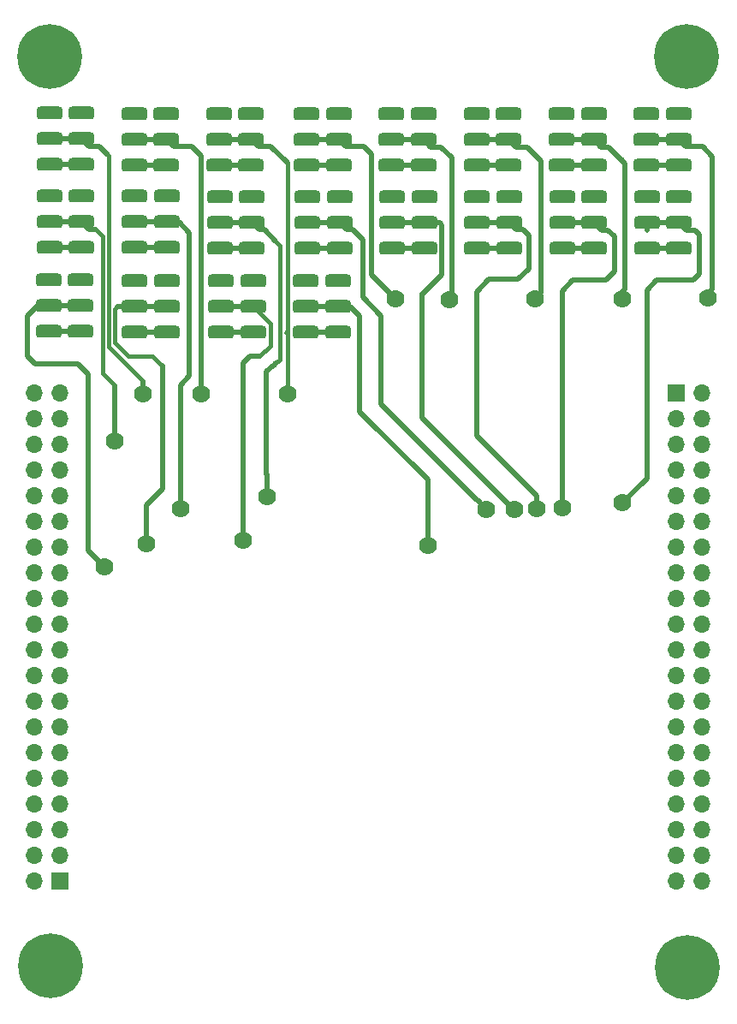
<source format=gbl>
G04 #@! TF.GenerationSoftware,KiCad,Pcbnew,(6.0.2)*
G04 #@! TF.CreationDate,2022-03-31T21:11:48+02:00*
G04 #@! TF.ProjectId,ba_nano_2,62615f6e-616e-46f5-9f32-2e6b69636164,rev?*
G04 #@! TF.SameCoordinates,Original*
G04 #@! TF.FileFunction,Copper,L2,Bot*
G04 #@! TF.FilePolarity,Positive*
%FSLAX46Y46*%
G04 Gerber Fmt 4.6, Leading zero omitted, Abs format (unit mm)*
G04 Created by KiCad (PCBNEW (6.0.2)) date 2022-03-31 21:11:48*
%MOMM*%
%LPD*%
G01*
G04 APERTURE LIST*
G04 Aperture macros list*
%AMRoundRect*
0 Rectangle with rounded corners*
0 $1 Rounding radius*
0 $2 $3 $4 $5 $6 $7 $8 $9 X,Y pos of 4 corners*
0 Add a 4 corners polygon primitive as box body*
4,1,4,$2,$3,$4,$5,$6,$7,$8,$9,$2,$3,0*
0 Add four circle primitives for the rounded corners*
1,1,$1+$1,$2,$3*
1,1,$1+$1,$4,$5*
1,1,$1+$1,$6,$7*
1,1,$1+$1,$8,$9*
0 Add four rect primitives between the rounded corners*
20,1,$1+$1,$2,$3,$4,$5,0*
20,1,$1+$1,$4,$5,$6,$7,0*
20,1,$1+$1,$6,$7,$8,$9,0*
20,1,$1+$1,$8,$9,$2,$3,0*%
G04 Aperture macros list end*
G04 #@! TA.AperFunction,ComponentPad*
%ADD10R,1.700000X1.700000*%
G04 #@! TD*
G04 #@! TA.AperFunction,ComponentPad*
%ADD11O,1.700000X1.700000*%
G04 #@! TD*
G04 #@! TA.AperFunction,ComponentPad*
%ADD12C,6.400000*%
G04 #@! TD*
G04 #@! TA.AperFunction,ComponentPad*
%ADD13RoundRect,0.317500X0.955000X-0.317500X0.955000X0.317500X-0.955000X0.317500X-0.955000X-0.317500X0*%
G04 #@! TD*
G04 #@! TA.AperFunction,ViaPad*
%ADD14C,1.778000*%
G04 #@! TD*
G04 #@! TA.AperFunction,Conductor*
%ADD15C,0.508000*%
G04 #@! TD*
G04 #@! TA.AperFunction,Conductor*
%ADD16C,0.381000*%
G04 #@! TD*
G04 APERTURE END LIST*
D10*
X104216200Y-137883900D03*
D11*
X101676200Y-137883900D03*
X104216200Y-135343900D03*
X101676200Y-135343900D03*
X104216200Y-132803900D03*
X101676200Y-132803900D03*
X104216200Y-130263900D03*
X101676200Y-130263900D03*
X104216200Y-127723900D03*
X101676200Y-127723900D03*
X104216200Y-125183900D03*
X101676200Y-125183900D03*
X104216200Y-122643900D03*
X101676200Y-122643900D03*
X104216200Y-120103900D03*
X101676200Y-120103900D03*
X104216200Y-117563900D03*
X101676200Y-117563900D03*
X104216200Y-115023900D03*
X101676200Y-115023900D03*
X104216200Y-112483900D03*
X101676200Y-112483900D03*
X104216200Y-109943900D03*
X101676200Y-109943900D03*
X104216200Y-107403900D03*
X101676200Y-107403900D03*
X104216200Y-104863900D03*
X101676200Y-104863900D03*
X104216200Y-102323900D03*
X101676200Y-102323900D03*
X104216200Y-99783900D03*
X101676200Y-99783900D03*
X104216200Y-97243900D03*
X101676200Y-97243900D03*
X104216200Y-94703900D03*
X101676200Y-94703900D03*
X104216200Y-92163900D03*
X101676200Y-92163900D03*
X104216200Y-89623900D03*
X101676200Y-89623900D03*
D10*
X165188900Y-89623900D03*
D11*
X167728900Y-89623900D03*
X165188900Y-92163900D03*
X167728900Y-92163900D03*
X165188900Y-94703900D03*
X167728900Y-94703900D03*
X165188900Y-97243900D03*
X167728900Y-97243900D03*
X165188900Y-99783900D03*
X167728900Y-99783900D03*
X165188900Y-102323900D03*
X167728900Y-102323900D03*
X165188900Y-104863900D03*
X167728900Y-104863900D03*
X165188900Y-107403900D03*
X167728900Y-107403900D03*
X165188900Y-109943900D03*
X167728900Y-109943900D03*
X165188900Y-112483900D03*
X167728900Y-112483900D03*
X165188900Y-115023900D03*
X167728900Y-115023900D03*
X165188900Y-117563900D03*
X167728900Y-117563900D03*
X165188900Y-120103900D03*
X167728900Y-120103900D03*
X165188900Y-122643900D03*
X167728900Y-122643900D03*
X165188900Y-125183900D03*
X167728900Y-125183900D03*
X165188900Y-127723900D03*
X167728900Y-127723900D03*
X165188900Y-130263900D03*
X167728900Y-130263900D03*
X165188900Y-132803900D03*
X167728900Y-132803900D03*
X165188900Y-135343900D03*
X167728900Y-135343900D03*
X165188900Y-137883900D03*
X167728900Y-137883900D03*
D12*
X103339900Y-146291300D03*
X103251000Y-56375300D03*
X166243000Y-56388000D03*
X166268400Y-146431000D03*
D13*
X165468300Y-67132200D03*
X165468300Y-64592200D03*
X165468300Y-62052200D03*
X162275520Y-67132200D03*
X162275520Y-64592200D03*
X162275520Y-62052200D03*
X148628100Y-67142360D03*
X148628100Y-64602360D03*
X148628100Y-62062360D03*
X145435320Y-67142360D03*
X145435320Y-64602360D03*
X145435320Y-62062360D03*
X157048200Y-67152520D03*
X157048200Y-64612520D03*
X157048200Y-62072520D03*
X153855420Y-67152520D03*
X153855420Y-64612520D03*
X153855420Y-62072520D03*
X140210540Y-67147440D03*
X140210540Y-64607440D03*
X140210540Y-62067440D03*
X137017760Y-67147440D03*
X137017760Y-64607440D03*
X137017760Y-62067440D03*
X131803140Y-67116960D03*
X131803140Y-64576960D03*
X131803140Y-62036960D03*
X128610360Y-67116960D03*
X128610360Y-64576960D03*
X128610360Y-62036960D03*
X123156980Y-67086480D03*
X123156980Y-64546480D03*
X123156980Y-62006480D03*
X119964200Y-67086480D03*
X119964200Y-64546480D03*
X119964200Y-62006480D03*
X114777520Y-67096640D03*
X114777520Y-64556640D03*
X114777520Y-62016640D03*
X111584740Y-67096640D03*
X111584740Y-64556640D03*
X111584740Y-62016640D03*
X106385360Y-67076320D03*
X106385360Y-64536320D03*
X106385360Y-61996320D03*
X103192580Y-67076320D03*
X103192580Y-64536320D03*
X103192580Y-61996320D03*
X165496240Y-75356720D03*
X165496240Y-72816720D03*
X165496240Y-70276720D03*
X162303460Y-75356720D03*
X162303460Y-72816720D03*
X162303460Y-70276720D03*
X157104080Y-75356720D03*
X157104080Y-72816720D03*
X157104080Y-70276720D03*
X153911300Y-75356720D03*
X153911300Y-72816720D03*
X153911300Y-70276720D03*
X148673820Y-75346560D03*
X148673820Y-72806560D03*
X148673820Y-70266560D03*
X145481040Y-75346560D03*
X145481040Y-72806560D03*
X145481040Y-70266560D03*
X140307060Y-75346560D03*
X140307060Y-72806560D03*
X140307060Y-70266560D03*
X137114280Y-75346560D03*
X137114280Y-72806560D03*
X137114280Y-70266560D03*
X131914900Y-75341480D03*
X131914900Y-72801480D03*
X131914900Y-70261480D03*
X128722120Y-75341480D03*
X128722120Y-72801480D03*
X128722120Y-70261480D03*
X123228100Y-75331320D03*
X123228100Y-72791320D03*
X123228100Y-70251320D03*
X120035320Y-75331320D03*
X120035320Y-72791320D03*
X120035320Y-70251320D03*
X114790220Y-75290680D03*
X114790220Y-72750680D03*
X114790220Y-70210680D03*
X111597440Y-75290680D03*
X111597440Y-72750680D03*
X111597440Y-70210680D03*
X106382820Y-75275440D03*
X106382820Y-72735440D03*
X106382820Y-70195440D03*
X103190040Y-75275440D03*
X103190040Y-72735440D03*
X103190040Y-70195440D03*
X131765040Y-83596480D03*
X131765040Y-81056480D03*
X131765040Y-78516480D03*
X128572260Y-83596480D03*
X128572260Y-81056480D03*
X128572260Y-78516480D03*
X123390660Y-83632040D03*
X123390660Y-81092040D03*
X123390660Y-78552040D03*
X120197880Y-83632040D03*
X120197880Y-81092040D03*
X120197880Y-78552040D03*
X114820700Y-83632040D03*
X114820700Y-81092040D03*
X114820700Y-78552040D03*
X111627920Y-83632040D03*
X111627920Y-81092040D03*
X111627920Y-78552040D03*
X106296460Y-83586320D03*
X106296460Y-81046320D03*
X106296460Y-78506320D03*
X103103680Y-83586320D03*
X103103680Y-81046320D03*
X103103680Y-78506320D03*
D14*
X168341040Y-80284320D03*
X159842200Y-80319880D03*
X151231600Y-80360520D03*
X142788640Y-80375760D03*
X137459720Y-80340200D03*
X126730760Y-89722960D03*
X118196360Y-89738200D03*
X112476280Y-89687400D03*
X159852360Y-100512880D03*
X153911300Y-101013260D03*
X151394160Y-101066600D03*
X149174200Y-101178360D03*
X146441160Y-101122480D03*
X124719080Y-99857560D03*
X116144040Y-101036120D03*
X109651800Y-94350840D03*
X140624560Y-104714040D03*
X122361960Y-104228240D03*
X112801400Y-104566720D03*
X108676440Y-106837480D03*
D15*
X168734740Y-79362300D02*
X168734740Y-66245740D01*
X168341040Y-79756000D02*
X168734740Y-79362300D01*
X166174010Y-65297910D02*
X165468300Y-64592200D01*
X168341040Y-80284320D02*
X168341040Y-79756000D01*
X168734740Y-66245740D02*
X167786910Y-65297910D01*
X167786910Y-65297910D02*
X166174010Y-65297910D01*
X162275520Y-64592200D02*
X165468300Y-64592200D01*
X158510830Y-65318230D02*
X159730440Y-66537840D01*
X159730440Y-66537840D02*
X159842200Y-66649600D01*
X159842200Y-79669640D02*
X159842200Y-80319880D01*
X153855420Y-64612520D02*
X157048200Y-64612520D01*
X159730440Y-66537840D02*
X160113980Y-66921380D01*
X157753910Y-65318230D02*
X158510830Y-65318230D01*
X160113980Y-79397860D02*
X159842200Y-79669640D01*
X160113980Y-66921380D02*
X160113980Y-79397860D01*
X157048200Y-64612520D02*
X157753910Y-65318230D01*
X150459030Y-65308070D02*
X149333810Y-65308070D01*
X151241760Y-80360520D02*
X151861520Y-79740760D01*
X145435320Y-64602360D02*
X148628100Y-64602360D01*
X151861520Y-79740760D02*
X151861520Y-66710560D01*
X151861520Y-66710560D02*
X150459030Y-65308070D01*
X151231600Y-80360520D02*
X151241760Y-80360520D01*
X149333810Y-65308070D02*
X148628100Y-64602360D01*
X143000000Y-66378360D02*
X141934790Y-65313150D01*
X140916250Y-65313150D02*
X140210540Y-64607440D01*
X142788640Y-80375760D02*
X142788640Y-80211360D01*
X141934790Y-65313150D02*
X140916250Y-65313150D01*
X143000000Y-80000000D02*
X143000000Y-66378360D01*
X142788640Y-80211360D02*
X143000000Y-80000000D01*
X137017760Y-64607440D02*
X140210540Y-64607440D01*
X134309710Y-65282670D02*
X135082280Y-66055240D01*
X128610360Y-64576960D02*
X131803140Y-64576960D01*
X133840220Y-65282670D02*
X134309710Y-65282670D01*
X135082280Y-77962760D02*
X137459720Y-80340200D01*
X132508850Y-65282670D02*
X133840220Y-65282670D01*
X131803140Y-64576960D02*
X132508850Y-65282670D01*
X135082280Y-66055240D02*
X135082280Y-77962760D01*
X125099670Y-65252190D02*
X126730760Y-66883280D01*
X123156980Y-64546480D02*
X123862690Y-65252190D01*
D16*
X126730760Y-66883280D02*
X126730760Y-83662520D01*
D15*
X123862690Y-65252190D02*
X125099670Y-65252190D01*
X119964200Y-64546480D02*
X123156980Y-64546480D01*
D16*
X126730760Y-83662520D02*
X126730760Y-89722960D01*
D15*
X126730760Y-83662520D02*
X126690120Y-83703160D01*
X118216680Y-66222880D02*
X118216680Y-81474420D01*
X111584740Y-64556640D02*
X114777520Y-64556640D01*
X114777520Y-64556640D02*
X115483230Y-65262350D01*
X117256150Y-65262350D02*
X118216680Y-66222880D01*
X118196360Y-81494740D02*
X118196360Y-89738200D01*
X115483230Y-65262350D02*
X117256150Y-65262350D01*
X118216680Y-81474420D02*
X118196360Y-81494740D01*
X112476280Y-89687400D02*
X112476280Y-88430165D01*
X106385360Y-64536320D02*
X107091070Y-65242030D01*
X107091070Y-65242030D02*
X108086750Y-65242030D01*
X108086750Y-65242030D02*
X108137550Y-65242030D01*
D16*
X112476280Y-88430165D02*
X112430165Y-88430165D01*
D15*
X103192580Y-64536320D02*
X106385360Y-64536320D01*
D16*
X112430165Y-88430165D02*
X109074570Y-85074570D01*
X109074570Y-85074570D02*
X109074570Y-66179050D01*
D15*
X108137550Y-65242030D02*
X109000000Y-66104480D01*
D16*
X109074570Y-66179050D02*
X109000000Y-66104480D01*
D15*
X167070630Y-73522430D02*
X167520620Y-73972420D01*
X163261040Y-78491080D02*
X162285680Y-79466440D01*
X162303460Y-72816720D02*
X165496240Y-72816720D01*
X165496240Y-72816720D02*
X166201950Y-73522430D01*
X166201950Y-73522430D02*
X167070630Y-73522430D01*
X167520620Y-77863700D02*
X166893240Y-78491080D01*
X162285680Y-98079560D02*
X159852360Y-100512880D01*
X162303460Y-73551720D02*
X162285680Y-73569500D01*
X162285680Y-79466440D02*
X162285680Y-98079560D01*
X167520620Y-73972420D02*
X167520620Y-77863700D01*
X162303460Y-72816720D02*
X162303460Y-73551720D01*
X166893240Y-78491080D02*
X163261040Y-78491080D01*
X153911300Y-79527400D02*
X153911300Y-101013260D01*
X153911300Y-72816720D02*
X157104080Y-72816720D01*
X157809790Y-73522430D02*
X158460030Y-73522430D01*
X154960320Y-78478380D02*
X153911300Y-79527400D01*
X158460030Y-73522430D02*
X159110680Y-74173080D01*
X157104080Y-72816720D02*
X157809790Y-73522430D01*
X159110680Y-74173080D02*
X159110680Y-77591920D01*
X159110680Y-77591920D02*
X158224220Y-78478380D01*
X158224220Y-78478380D02*
X154960320Y-78478380D01*
X148673820Y-72806560D02*
X149379530Y-73512270D01*
X149550120Y-78407260D02*
X146657060Y-78407260D01*
X150050090Y-73512270D02*
X150611840Y-74074020D01*
X146657060Y-78407260D02*
X145435320Y-79629000D01*
X145435320Y-93850525D02*
X145435320Y-92603320D01*
X150611840Y-74074020D02*
X150611840Y-77345540D01*
X150611840Y-77345540D02*
X149550120Y-78407260D01*
X145435320Y-79629000D02*
X145435320Y-92603320D01*
X151394160Y-99809365D02*
X145435320Y-93850525D01*
X145481040Y-72806560D02*
X148673820Y-72806560D01*
X149379530Y-73512270D02*
X150050090Y-73512270D01*
X151394160Y-101066600D02*
X151394160Y-99809365D01*
X142033570Y-77966430D02*
X142033570Y-73033570D01*
X148254721Y-100289361D02*
X140055600Y-92090240D01*
X140055600Y-79837280D02*
X140162720Y-79837280D01*
X148285201Y-100289361D02*
X148254721Y-100289361D01*
X141806560Y-72806560D02*
X140307060Y-72806560D01*
X140055600Y-79837280D02*
X140055600Y-92090240D01*
X140162720Y-79837280D02*
X142033570Y-77966430D01*
X149174200Y-101178360D02*
X148285201Y-100289361D01*
X142033570Y-73033570D02*
X141806560Y-72806560D01*
X137114280Y-72806560D02*
X140307060Y-72806560D01*
X136000000Y-82000000D02*
X136000000Y-90767680D01*
X128722120Y-72801480D02*
X131914900Y-72801480D01*
X131914900Y-72801480D02*
X132620610Y-73507190D01*
X146441160Y-101122480D02*
X145552161Y-100233481D01*
X145552161Y-100233481D02*
X145465801Y-100233481D01*
X134183120Y-74518520D02*
X134183120Y-80183120D01*
X145465801Y-100233481D02*
X136000000Y-90767680D01*
X132620610Y-73507190D02*
X133171790Y-73507190D01*
X134183120Y-80183120D02*
X136000000Y-82000000D01*
X133171790Y-73507190D02*
X134183120Y-74518520D01*
X125387759Y-86900361D02*
X125347119Y-86900361D01*
X124719080Y-97698560D02*
X124719080Y-99857560D01*
D16*
X126000000Y-75047600D02*
X125587760Y-74635360D01*
D15*
X123933810Y-73497030D02*
X124449430Y-73497030D01*
X125347119Y-86900361D02*
X124688600Y-87558880D01*
X125572520Y-86715600D02*
X125387759Y-86900361D01*
X125587760Y-86715600D02*
X125572520Y-86715600D01*
X124449430Y-73497030D02*
X125587760Y-74635360D01*
X123228100Y-72791320D02*
X123933810Y-73497030D01*
X120035320Y-72791320D02*
X123228100Y-72791320D01*
X124688600Y-87558880D02*
X124688600Y-97668080D01*
D16*
X125587760Y-86715600D02*
X126000000Y-86303360D01*
X126000000Y-86303360D02*
X126000000Y-75047600D01*
D15*
X124688600Y-97668080D02*
X124719080Y-97698560D01*
X114790220Y-72750680D02*
X116011960Y-72750680D01*
X117058440Y-73797160D02*
X117058440Y-87965280D01*
X116011960Y-72750680D02*
X117058440Y-73797160D01*
X114790220Y-72750680D02*
X111597440Y-72750680D01*
X117058440Y-87965280D02*
X116144040Y-88879680D01*
X116144040Y-88879680D02*
X116144040Y-101036120D01*
D16*
X107761630Y-73441150D02*
X108493560Y-74173080D01*
D15*
X106382820Y-72735440D02*
X107088530Y-73441150D01*
D16*
X109651800Y-88854280D02*
X108493560Y-87696040D01*
D15*
X103190040Y-72735440D02*
X106382820Y-72735440D01*
X109651800Y-94350840D02*
X109651800Y-88854280D01*
D16*
X108493560Y-74173080D02*
X108493560Y-87696040D01*
D15*
X107088530Y-73441150D02*
X107761630Y-73441150D01*
X140624560Y-98226880D02*
X134000000Y-91602320D01*
X140624560Y-104714040D02*
X140624560Y-103456805D01*
X132943520Y-81056480D02*
X133887040Y-82000000D01*
X133887040Y-82000000D02*
X133887040Y-91489360D01*
X133887040Y-91489360D02*
X134000000Y-91602320D01*
X128572260Y-81056480D02*
X131765040Y-81056480D01*
X131765040Y-81056480D02*
X132943520Y-81056480D01*
X140624560Y-103456805D02*
X140624560Y-98226880D01*
D16*
X125053670Y-84946330D02*
X124000000Y-86000000D01*
D15*
X122361960Y-86638040D02*
X123000000Y-86000000D01*
X120197880Y-81092040D02*
X123390660Y-81092040D01*
D16*
X123390660Y-81092040D02*
X125053670Y-82755050D01*
D15*
X122361960Y-104228240D02*
X122361960Y-86638040D01*
X124000000Y-86000000D02*
X123000000Y-86000000D01*
D16*
X125053670Y-82755050D02*
X125053670Y-84946330D01*
D15*
X114820700Y-81092040D02*
X111627920Y-81092040D01*
X109907960Y-81092040D02*
X111627920Y-81092040D01*
X112801400Y-100716080D02*
X112801400Y-104566720D01*
D16*
X114396520Y-87000000D02*
X113396520Y-86000000D01*
D15*
X114396520Y-99120960D02*
X112801400Y-100716080D01*
D16*
X111000000Y-86000000D02*
X109655580Y-84655580D01*
X109655580Y-81344420D02*
X109907960Y-81092040D01*
D15*
X114396520Y-86918800D02*
X114396520Y-87000000D01*
X114396520Y-87000000D02*
X114396520Y-99120960D01*
D16*
X109655580Y-84655580D02*
X109655580Y-81344420D01*
X113396520Y-86000000D02*
X111000000Y-86000000D01*
D15*
X102000000Y-81000000D02*
X101000000Y-82000000D01*
X109032040Y-107193080D02*
X108676440Y-106837480D01*
X107035600Y-105196640D02*
X108676440Y-106837480D01*
X106296460Y-81046320D02*
X103103680Y-81046320D01*
X103103680Y-81046320D02*
X102046320Y-81046320D01*
X101000000Y-82000000D02*
X101000000Y-86000000D01*
X107035600Y-87746840D02*
X107035600Y-105196640D01*
X102046320Y-81046320D02*
X102000000Y-81000000D01*
X106034840Y-86746080D02*
X107035600Y-87746840D01*
X101746080Y-86746080D02*
X106034840Y-86746080D01*
X101000000Y-86000000D02*
X101746080Y-86746080D01*
X162275520Y-67132200D02*
X165468300Y-67132200D01*
X145435320Y-67142360D02*
X148628100Y-67142360D01*
X128610360Y-67116960D02*
X131803140Y-67116960D01*
X111584740Y-67096640D02*
X114777520Y-67096640D01*
X162303460Y-75356720D02*
X165496240Y-75356720D01*
X145481040Y-75346560D02*
X148673820Y-75346560D01*
X131914900Y-75341480D02*
X128722120Y-75341480D01*
X111597440Y-75290680D02*
X114790220Y-75290680D01*
X128572260Y-83596480D02*
X131765040Y-83596480D01*
X111627920Y-83632040D02*
X114820700Y-83632040D01*
X153855420Y-67152520D02*
X157048200Y-67152520D01*
X137017760Y-67147440D02*
X140210540Y-67147440D01*
X119964200Y-67086480D02*
X123156980Y-67086480D01*
X103192580Y-67076320D02*
X106385360Y-67076320D01*
X153911300Y-75356720D02*
X157104080Y-75356720D01*
X137114280Y-75346560D02*
X140307060Y-75346560D01*
X120035320Y-75331320D02*
X123228100Y-75331320D01*
X103190040Y-75275440D02*
X106382820Y-75275440D01*
X120197880Y-83632040D02*
X123390660Y-83632040D01*
X103103680Y-83586320D02*
X106296460Y-83586320D01*
M02*

</source>
